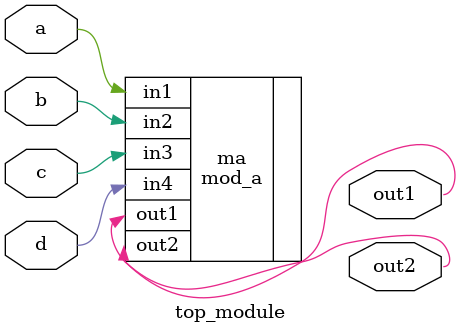
<source format=v>
module top_module(
  input a,
  input b,
  input c,
  input d,
  output out1,
  output out2
);
  mod_a ma ( .out1(out1) , .out2(out2), .in1(a), .in2(b), .in3(c), .in4(d) );
endmodule

</source>
